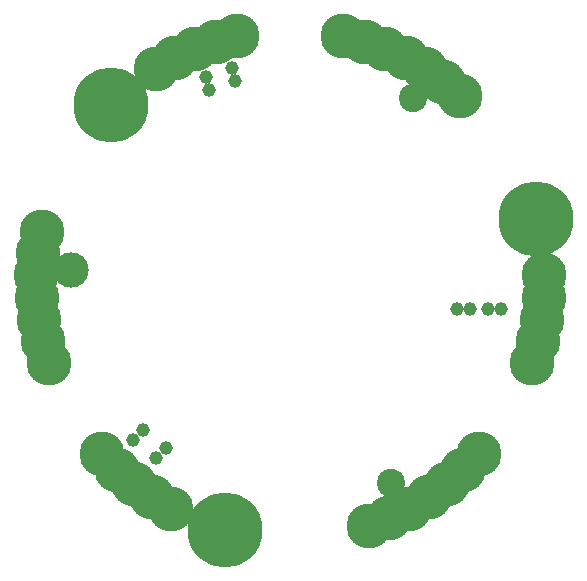
<source format=gbr>
G04 start of page 8 for group -4062 idx -4062
G04 Title: RADE, soldermask *
G04 Creator: pcb-bin 20060822 *
G04 CreationDate: Tue Dec 12 12:58:33 2006 UTC *
G04 For: stephan *
G04 Format: Gerber/RS-274X *
G04 PCB-Dimensions: 236220 236220 *
G04 PCB-Coordinate-Origin: lower left *
%MOIN*%
%FSLAX24Y24*%
%LNBACKMASK*%
%ADD11C,0.1500*%
%ADD12C,0.2500*%
%ADD13C,0.0943*%
%ADD14C,0.0460*%
%ADD15C,0.1179*%
G54D11*%LNBACKMASK_D1*%
%LPD*%
X20058Y9906D03*
X20264Y11368D03*
X20270Y12106D03*
X20193Y10633D03*
X19861Y9195D03*
X17583Y5620D03*
X18101Y6147D03*
X17022Y5140D03*
X16421Y4712D03*
X15784Y4337D03*
X15118Y4019D03*
X14426Y3760D03*
X6599Y5140D03*
X7200Y4712D03*
X7837Y4337D03*
X6038Y5620D03*
G54D12*X9620Y3634D03*
G54D11*X5520Y6147D03*
G54D12*X19987Y14001D03*
G54D11*X17474Y18101D03*
X16905Y18571D03*
X16296Y18989D03*
X15653Y19353D03*
X14981Y19659D03*
X14285Y19905D03*
X13570Y20090D03*
X10051D03*
X9336Y19905D03*
X8640Y19659D03*
X7968Y19353D03*
X7325Y18989D03*
G54D12*X5825Y17796D03*
G54D11*X3531Y13570D03*
X3409Y12842D03*
X3760Y9195D03*
X3563Y9906D03*
X3428Y10633D03*
X3358Y11368D03*
X3351Y12106D03*
G54D13*X15157Y5196D03*
G54D14*X17815Y10984D03*
X17362D03*
X18838D03*
X18385D03*
G54D13*X15885Y18031D03*
G54D14*X9881Y19015D03*
X9114Y18287D03*
X9980Y18582D03*
X8996Y18720D03*
X7342Y6023D03*
X6889Y6948D03*
X7657Y6358D03*
X6574Y6614D03*
G54D15*X4507Y12283D03*
M02*

</source>
